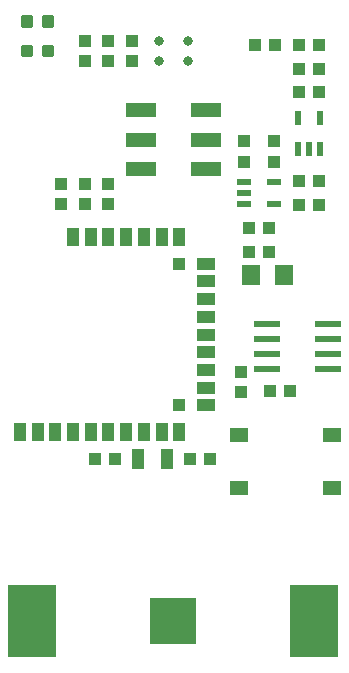
<source format=gtp>
G75*
%MOIN*%
%OFA0B0*%
%FSLAX25Y25*%
%IPPOS*%
%LPD*%
%AMOC8*
5,1,8,0,0,1.08239X$1,22.5*
%
%ADD10C,0.01181*%
%ADD11R,0.04331X0.03937*%
%ADD12R,0.07000X0.10000*%
%ADD13R,0.16000X0.24000*%
%ADD14R,0.15748X0.15748*%
%ADD15R,0.06299X0.07087*%
%ADD16R,0.03937X0.04331*%
%ADD17R,0.04724X0.02165*%
%ADD18R,0.04331X0.06693*%
%ADD19R,0.03937X0.05906*%
%ADD20R,0.05906X0.03937*%
%ADD21R,0.03937X0.03937*%
%ADD22R,0.02165X0.04724*%
%ADD23C,0.03150*%
%ADD24R,0.05906X0.05118*%
%ADD25R,0.09843X0.04724*%
%ADD26R,0.08661X0.02362*%
D10*
X0011705Y0236811D02*
X0011705Y0239567D01*
X0011705Y0236811D02*
X0008949Y0236811D01*
X0008949Y0239567D01*
X0011705Y0239567D01*
X0011705Y0237991D02*
X0008949Y0237991D01*
X0008949Y0239171D02*
X0011705Y0239171D01*
X0018610Y0239567D02*
X0018610Y0236811D01*
X0015854Y0236811D01*
X0015854Y0239567D01*
X0018610Y0239567D01*
X0018610Y0237991D02*
X0015854Y0237991D01*
X0015854Y0239171D02*
X0018610Y0239171D01*
X0018610Y0246653D02*
X0018610Y0249409D01*
X0018610Y0246653D02*
X0015854Y0246653D01*
X0015854Y0249409D01*
X0018610Y0249409D01*
X0018610Y0247833D02*
X0015854Y0247833D01*
X0015854Y0249013D02*
X0018610Y0249013D01*
X0011705Y0249409D02*
X0011705Y0246653D01*
X0008949Y0246653D01*
X0008949Y0249409D01*
X0011705Y0249409D01*
X0011705Y0247833D02*
X0008949Y0247833D01*
X0008949Y0249013D02*
X0011705Y0249013D01*
D11*
X0029528Y0241535D03*
X0029528Y0234843D03*
X0037402Y0234843D03*
X0037402Y0241535D03*
X0037402Y0193799D03*
X0037402Y0187106D03*
X0021654Y0187106D03*
X0021654Y0193799D03*
X0033071Y0102362D03*
X0039764Y0102362D03*
X0064567Y0102362D03*
X0071260Y0102362D03*
X0091142Y0125000D03*
X0097835Y0125000D03*
X0090945Y0171260D03*
X0090945Y0179134D03*
X0084252Y0179134D03*
X0084252Y0171260D03*
X0100984Y0232283D03*
X0107677Y0232283D03*
X0092913Y0240157D03*
X0086220Y0240157D03*
D12*
X0015748Y0042126D03*
X0015748Y0054331D03*
X0102362Y0054331D03*
X0102362Y0042126D03*
D13*
X0106055Y0048228D03*
X0012055Y0048228D03*
D14*
X0059055Y0048228D03*
D15*
X0085039Y0163386D03*
X0096063Y0163386D03*
D16*
X0100984Y0187008D03*
X0100984Y0194882D03*
X0107677Y0194882D03*
X0107677Y0187008D03*
X0092520Y0201378D03*
X0092520Y0208071D03*
X0100984Y0224409D03*
X0107677Y0224409D03*
X0107677Y0240157D03*
X0100984Y0240157D03*
X0082677Y0208071D03*
X0082677Y0201378D03*
X0045276Y0234843D03*
X0045276Y0241535D03*
X0029528Y0193799D03*
X0029528Y0187106D03*
X0081693Y0131299D03*
X0081693Y0124606D03*
D17*
X0082480Y0187205D03*
X0082480Y0190945D03*
X0082480Y0194685D03*
X0092717Y0194685D03*
X0092717Y0187205D03*
D18*
X0057087Y0102362D03*
X0047244Y0102362D03*
D19*
X0049213Y0111220D03*
X0043307Y0111220D03*
X0037402Y0111220D03*
X0031496Y0111220D03*
X0025591Y0111220D03*
X0019685Y0111220D03*
X0013780Y0111220D03*
X0007874Y0111220D03*
X0025591Y0176181D03*
X0031496Y0176181D03*
X0037402Y0176181D03*
X0043307Y0176181D03*
X0049213Y0176181D03*
X0055118Y0176181D03*
X0061024Y0176181D03*
X0061024Y0111220D03*
X0055118Y0111220D03*
D20*
X0069882Y0120079D03*
X0069882Y0125984D03*
X0069882Y0131890D03*
X0069882Y0137795D03*
X0069882Y0143701D03*
X0069882Y0149606D03*
X0069882Y0155512D03*
X0069882Y0161417D03*
X0069882Y0167323D03*
D21*
X0061024Y0167323D03*
X0061024Y0120079D03*
D22*
X0100591Y0205512D03*
X0104331Y0205512D03*
X0108071Y0205512D03*
X0108071Y0215748D03*
X0100591Y0215748D03*
D23*
X0063898Y0234843D03*
X0063898Y0241535D03*
X0054213Y0241535D03*
X0054213Y0234843D03*
D24*
X0080906Y0110236D03*
X0080906Y0092520D03*
X0112008Y0092520D03*
X0112008Y0110236D03*
D25*
X0069882Y0198819D03*
X0069882Y0208661D03*
X0069882Y0218504D03*
X0048228Y0218504D03*
X0048228Y0208661D03*
X0048228Y0198819D03*
D26*
X0090157Y0147264D03*
X0090157Y0142264D03*
X0090157Y0137264D03*
X0090157Y0132264D03*
X0110630Y0132264D03*
X0110630Y0137264D03*
X0110630Y0142264D03*
X0110630Y0147264D03*
M02*

</source>
